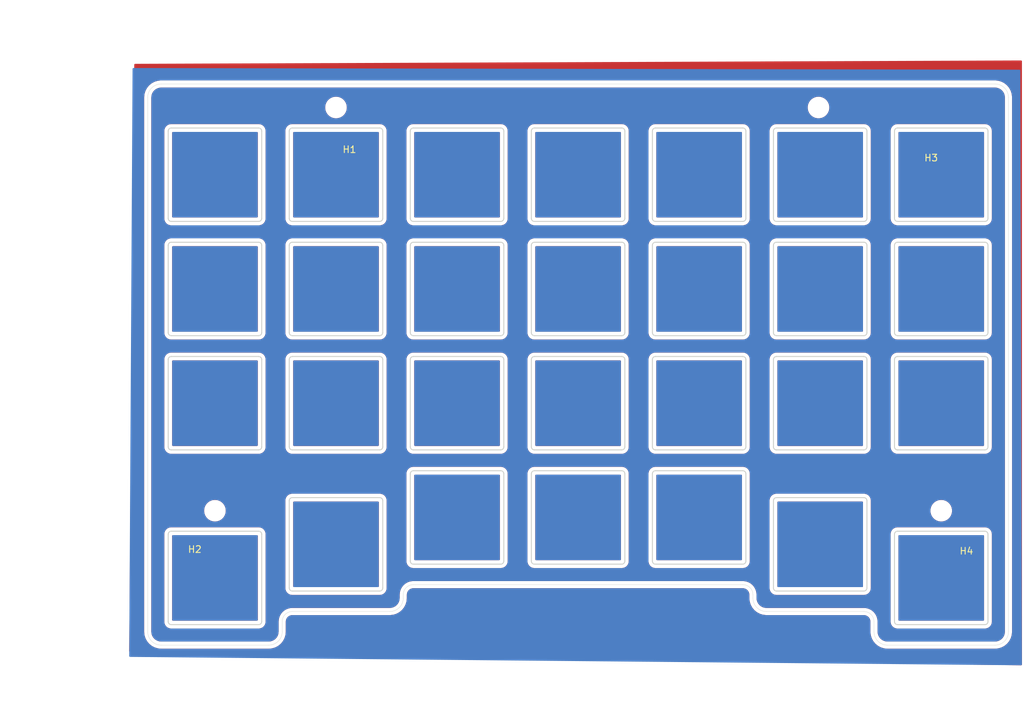
<source format=kicad_pcb>
(kicad_pcb (version 20171130) (host pcbnew "(5.1.0-0)")
  (layers (0 F.Cu signal) (31 B.Cu signal) (34 B.Paste user hide) (35 F.Paste user hide) (36 B.SilkS user) (37 F.SilkS user) (38 B.Mask user) (39 F.Mask user) (44 Edge.Cuts user))
  (net 0 "")
  (module MountingHole:MountingHole_2.2mm_M2 (layer F.Cu) (at 267 91.5)
    (fp_text reference H4 (at 3.75 6) (layer F.SilkS))
    (fp_text value MountingHole)
    (pad 1 np_thru_hole circle (at 0 0) (size 2.2 2.2) (drill 2.2) (layers *.Cu *.Mask))
  )
  (module MountingHole:MountingHole_2.2mm_M2 (layer F.Cu) (at 248.75 31.5)
    (fp_text reference H3 (at 16.75 7.5) (layer F.SilkS))
    (fp_text value MountingHole)
    (pad 1 np_thru_hole circle (at 0 0) (size 2.2 2.2) (drill 2.2) (layers *.Cu *.Mask))
  )
  (module MountingHole:MountingHole_2.2mm_M2 (layer F.Cu) (at 159 91.5)
    (fp_text reference H2 (at -3 5.75) (layer F.SilkS))
    (fp_text value MountingHole)
    (pad 1 np_thru_hole circle (at 0 0) (size 2.2 2.2) (drill 2.2) (layers *.Cu *.Mask))
  )
  (module MountingHole:MountingHole_2.2mm_M2 (layer F.Cu) (at 177 31.5)
    (fp_text reference H1 (at 2 6.25) (layer F.SilkS))
    (fp_text value MountingHole)
    (pad 1 np_thru_hole circle (at 0 0) (size 2.2 2.2) (drill 2.2) (layers *.Cu *.Mask))
  )
  (module "eswai:Choc switch top plate" (layer F.Cu) (at 267 101.5)
    (fp_text reference SW28)
    (fp_text value SW_PUSH)
    (fp_line (start 6.5 6.95) (end -6.5 6.95) (layer Edge.Cuts) (width 0.15))
    (fp_arc (start 6.5 6.5) (end 6.5 6.95) (angle -90) (layer Edge.Cuts) (width 0.15))
    (fp_arc (start -6.5 6.5) (end -6.95 6.5) (angle -90) (layer Edge.Cuts) (width 0.15))
    (fp_line (start -6.95 6.5) (end -6.95 -6.5) (layer Edge.Cuts) (width 0.15))
    (fp_line (start -6.5 -6.95) (end 6.5 -6.95) (layer Edge.Cuts) (width 0.15))
    (fp_line (start 6.95 -6.5) (end 6.95 6.5) (layer Edge.Cuts) (width 0.15))
    (fp_arc (start 6.5 -6.5) (end 6.95 -6.5) (angle -90) (layer Edge.Cuts) (width 0.15))
    (fp_arc (start -6.5 -6.5) (end -6.5 -6.95) (angle -90) (layer Edge.Cuts) (width 0.15))
  )
  (module "eswai:Choc switch top plate" (layer F.Cu) (at 249 96.5)
    (fp_text reference SW27)
    (fp_text value SW_PUSH)
    (fp_line (start 6.5 6.95) (end -6.5 6.95) (layer Edge.Cuts) (width 0.15))
    (fp_arc (start 6.5 6.5) (end 6.5 6.95) (angle -90) (layer Edge.Cuts) (width 0.15))
    (fp_arc (start -6.5 6.5) (end -6.95 6.5) (angle -90) (layer Edge.Cuts) (width 0.15))
    (fp_line (start -6.95 6.5) (end -6.95 -6.5) (layer Edge.Cuts) (width 0.15))
    (fp_line (start -6.5 -6.95) (end 6.5 -6.95) (layer Edge.Cuts) (width 0.15))
    (fp_line (start 6.95 -6.5) (end 6.95 6.5) (layer Edge.Cuts) (width 0.15))
    (fp_arc (start 6.5 -6.5) (end 6.95 -6.5) (angle -90) (layer Edge.Cuts) (width 0.15))
    (fp_arc (start -6.5 -6.5) (end -6.5 -6.95) (angle -90) (layer Edge.Cuts) (width 0.15))
  )
  (module "eswai:Choc switch top plate" (layer F.Cu) (at 231 92.5)
    (fp_text reference SW26)
    (fp_text value SW_PUSH)
    (fp_line (start 6.5 6.95) (end -6.5 6.95) (layer Edge.Cuts) (width 0.15))
    (fp_arc (start 6.5 6.5) (end 6.5 6.95) (angle -90) (layer Edge.Cuts) (width 0.15))
    (fp_arc (start -6.5 6.5) (end -6.95 6.5) (angle -90) (layer Edge.Cuts) (width 0.15))
    (fp_line (start -6.95 6.5) (end -6.95 -6.5) (layer Edge.Cuts) (width 0.15))
    (fp_line (start -6.5 -6.95) (end 6.5 -6.95) (layer Edge.Cuts) (width 0.15))
    (fp_line (start 6.95 -6.5) (end 6.95 6.5) (layer Edge.Cuts) (width 0.15))
    (fp_arc (start 6.5 -6.5) (end 6.95 -6.5) (angle -90) (layer Edge.Cuts) (width 0.15))
    (fp_arc (start -6.5 -6.5) (end -6.5 -6.95) (angle -90) (layer Edge.Cuts) (width 0.15))
  )
  (module "eswai:Choc switch top plate" (layer F.Cu) (at 213 92.5)
    (fp_text reference SW25)
    (fp_text value SW_PUSH)
    (fp_line (start 6.5 6.95) (end -6.5 6.95) (layer Edge.Cuts) (width 0.15))
    (fp_arc (start 6.5 6.5) (end 6.5 6.95) (angle -90) (layer Edge.Cuts) (width 0.15))
    (fp_arc (start -6.5 6.5) (end -6.95 6.5) (angle -90) (layer Edge.Cuts) (width 0.15))
    (fp_line (start -6.95 6.5) (end -6.95 -6.5) (layer Edge.Cuts) (width 0.15))
    (fp_line (start -6.5 -6.95) (end 6.5 -6.95) (layer Edge.Cuts) (width 0.15))
    (fp_line (start 6.95 -6.5) (end 6.95 6.5) (layer Edge.Cuts) (width 0.15))
    (fp_arc (start 6.5 -6.5) (end 6.95 -6.5) (angle -90) (layer Edge.Cuts) (width 0.15))
    (fp_arc (start -6.5 -6.5) (end -6.5 -6.95) (angle -90) (layer Edge.Cuts) (width 0.15))
  )
  (module "eswai:Choc switch top plate" (layer F.Cu) (at 195 92.5)
    (fp_text reference SW24)
    (fp_text value SW_PUSH)
    (fp_line (start 6.5 6.95) (end -6.5 6.95) (layer Edge.Cuts) (width 0.15))
    (fp_arc (start 6.5 6.5) (end 6.5 6.95) (angle -90) (layer Edge.Cuts) (width 0.15))
    (fp_arc (start -6.5 6.5) (end -6.95 6.5) (angle -90) (layer Edge.Cuts) (width 0.15))
    (fp_line (start -6.95 6.5) (end -6.95 -6.5) (layer Edge.Cuts) (width 0.15))
    (fp_line (start -6.5 -6.95) (end 6.5 -6.95) (layer Edge.Cuts) (width 0.15))
    (fp_line (start 6.95 -6.5) (end 6.95 6.5) (layer Edge.Cuts) (width 0.15))
    (fp_arc (start 6.5 -6.5) (end 6.95 -6.5) (angle -90) (layer Edge.Cuts) (width 0.15))
    (fp_arc (start -6.5 -6.5) (end -6.5 -6.95) (angle -90) (layer Edge.Cuts) (width 0.15))
  )
  (module "eswai:Choc switch top plate" (layer F.Cu) (at 177 96.5)
    (fp_text reference SW23)
    (fp_text value SW_PUSH)
    (fp_line (start 6.5 6.95) (end -6.5 6.95) (layer Edge.Cuts) (width 0.15))
    (fp_arc (start 6.5 6.5) (end 6.5 6.95) (angle -90) (layer Edge.Cuts) (width 0.15))
    (fp_arc (start -6.5 6.5) (end -6.95 6.5) (angle -90) (layer Edge.Cuts) (width 0.15))
    (fp_line (start -6.95 6.5) (end -6.95 -6.5) (layer Edge.Cuts) (width 0.15))
    (fp_line (start -6.5 -6.95) (end 6.5 -6.95) (layer Edge.Cuts) (width 0.15))
    (fp_line (start 6.95 -6.5) (end 6.95 6.5) (layer Edge.Cuts) (width 0.15))
    (fp_arc (start 6.5 -6.5) (end 6.95 -6.5) (angle -90) (layer Edge.Cuts) (width 0.15))
    (fp_arc (start -6.5 -6.5) (end -6.5 -6.95) (angle -90) (layer Edge.Cuts) (width 0.15))
  )
  (module "eswai:Choc switch top plate" (layer F.Cu) (at 159 101.5)
    (fp_text reference SW22)
    (fp_text value SW_PUSH)
    (fp_line (start 6.5 6.95) (end -6.5 6.95) (layer Edge.Cuts) (width 0.15))
    (fp_arc (start 6.5 6.5) (end 6.5 6.95) (angle -90) (layer Edge.Cuts) (width 0.15))
    (fp_arc (start -6.5 6.5) (end -6.95 6.5) (angle -90) (layer Edge.Cuts) (width 0.15))
    (fp_line (start -6.95 6.5) (end -6.95 -6.5) (layer Edge.Cuts) (width 0.15))
    (fp_line (start -6.5 -6.95) (end 6.5 -6.95) (layer Edge.Cuts) (width 0.15))
    (fp_line (start 6.95 -6.5) (end 6.95 6.5) (layer Edge.Cuts) (width 0.15))
    (fp_arc (start 6.5 -6.5) (end 6.95 -6.5) (angle -90) (layer Edge.Cuts) (width 0.15))
    (fp_arc (start -6.5 -6.5) (end -6.5 -6.95) (angle -90) (layer Edge.Cuts) (width 0.15))
  )
  (module "eswai:Choc switch top plate" (layer F.Cu) (at 267 75.5)
    (fp_text reference SW21)
    (fp_text value SW_PUSH)
    (fp_line (start 6.5 6.95) (end -6.5 6.95) (layer Edge.Cuts) (width 0.15))
    (fp_arc (start 6.5 6.5) (end 6.5 6.95) (angle -90) (layer Edge.Cuts) (width 0.15))
    (fp_arc (start -6.5 6.5) (end -6.95 6.5) (angle -90) (layer Edge.Cuts) (width 0.15))
    (fp_line (start -6.95 6.5) (end -6.95 -6.5) (layer Edge.Cuts) (width 0.15))
    (fp_line (start -6.5 -6.95) (end 6.5 -6.95) (layer Edge.Cuts) (width 0.15))
    (fp_line (start 6.95 -6.5) (end 6.95 6.5) (layer Edge.Cuts) (width 0.15))
    (fp_arc (start 6.5 -6.5) (end 6.95 -6.5) (angle -90) (layer Edge.Cuts) (width 0.15))
    (fp_arc (start -6.5 -6.5) (end -6.5 -6.95) (angle -90) (layer Edge.Cuts) (width 0.15))
  )
  (module "eswai:Choc switch top plate" (layer F.Cu) (at 249 75.5)
    (fp_text reference SW20)
    (fp_text value SW_PUSH)
    (fp_line (start 6.5 6.95) (end -6.5 6.95) (layer Edge.Cuts) (width 0.15))
    (fp_arc (start 6.5 6.5) (end 6.5 6.95) (angle -90) (layer Edge.Cuts) (width 0.15))
    (fp_arc (start -6.5 6.5) (end -6.95 6.5) (angle -90) (layer Edge.Cuts) (width 0.15))
    (fp_line (start -6.95 6.5) (end -6.95 -6.5) (layer Edge.Cuts) (width 0.15))
    (fp_line (start -6.5 -6.95) (end 6.5 -6.95) (layer Edge.Cuts) (width 0.15))
    (fp_line (start 6.95 -6.5) (end 6.95 6.5) (layer Edge.Cuts) (width 0.15))
    (fp_arc (start 6.5 -6.5) (end 6.95 -6.5) (angle -90) (layer Edge.Cuts) (width 0.15))
    (fp_arc (start -6.5 -6.5) (end -6.5 -6.95) (angle -90) (layer Edge.Cuts) (width 0.15))
  )
  (module "eswai:Choc switch top plate" (layer F.Cu) (at 231 75.5)
    (fp_text reference SW19)
    (fp_text value SW_PUSH)
    (fp_line (start 6.5 6.95) (end -6.5 6.95) (layer Edge.Cuts) (width 0.15))
    (fp_arc (start 6.5 6.5) (end 6.5 6.95) (angle -90) (layer Edge.Cuts) (width 0.15))
    (fp_arc (start -6.5 6.5) (end -6.95 6.5) (angle -90) (layer Edge.Cuts) (width 0.15))
    (fp_line (start -6.95 6.5) (end -6.95 -6.5) (layer Edge.Cuts) (width 0.15))
    (fp_line (start -6.5 -6.95) (end 6.5 -6.95) (layer Edge.Cuts) (width 0.15))
    (fp_line (start 6.95 -6.5) (end 6.95 6.5) (layer Edge.Cuts) (width 0.15))
    (fp_arc (start 6.5 -6.5) (end 6.95 -6.5) (angle -90) (layer Edge.Cuts) (width 0.15))
    (fp_arc (start -6.5 -6.5) (end -6.5 -6.95) (angle -90) (layer Edge.Cuts) (width 0.15))
  )
  (module "eswai:Choc switch top plate" (layer F.Cu) (at 213 75.5)
    (fp_text reference SW18)
    (fp_text value SW_PUSH)
    (fp_line (start 6.5 6.95) (end -6.5 6.95) (layer Edge.Cuts) (width 0.15))
    (fp_arc (start 6.5 6.5) (end 6.5 6.95) (angle -90) (layer Edge.Cuts) (width 0.15))
    (fp_arc (start -6.5 6.5) (end -6.95 6.5) (angle -90) (layer Edge.Cuts) (width 0.15))
    (fp_line (start -6.95 6.5) (end -6.95 -6.5) (layer Edge.Cuts) (width 0.15))
    (fp_line (start -6.5 -6.95) (end 6.5 -6.95) (layer Edge.Cuts) (width 0.15))
    (fp_line (start 6.95 -6.5) (end 6.95 6.5) (layer Edge.Cuts) (width 0.15))
    (fp_arc (start 6.5 -6.5) (end 6.95 -6.5) (angle -90) (layer Edge.Cuts) (width 0.15))
    (fp_arc (start -6.5 -6.5) (end -6.5 -6.95) (angle -90) (layer Edge.Cuts) (width 0.15))
  )
  (module "eswai:Choc switch top plate" (layer F.Cu) (at 195 75.5)
    (fp_text reference SW17)
    (fp_text value SW_PUSH)
    (fp_line (start 6.5 6.95) (end -6.5 6.95) (layer Edge.Cuts) (width 0.15))
    (fp_arc (start 6.5 6.5) (end 6.5 6.95) (angle -90) (layer Edge.Cuts) (width 0.15))
    (fp_arc (start -6.5 6.5) (end -6.95 6.5) (angle -90) (layer Edge.Cuts) (width 0.15))
    (fp_line (start -6.95 6.5) (end -6.95 -6.5) (layer Edge.Cuts) (width 0.15))
    (fp_line (start -6.5 -6.95) (end 6.5 -6.95) (layer Edge.Cuts) (width 0.15))
    (fp_line (start 6.95 -6.5) (end 6.95 6.5) (layer Edge.Cuts) (width 0.15))
    (fp_arc (start 6.5 -6.5) (end 6.95 -6.5) (angle -90) (layer Edge.Cuts) (width 0.15))
    (fp_arc (start -6.5 -6.5) (end -6.5 -6.95) (angle -90) (layer Edge.Cuts) (width 0.15))
  )
  (module "eswai:Choc switch top plate" (layer F.Cu) (at 177 75.5)
    (fp_text reference SW16)
    (fp_text value SW_PUSH)
    (fp_line (start 6.5 6.95) (end -6.5 6.95) (layer Edge.Cuts) (width 0.15))
    (fp_arc (start 6.5 6.5) (end 6.5 6.95) (angle -90) (layer Edge.Cuts) (width 0.15))
    (fp_arc (start -6.5 6.5) (end -6.95 6.5) (angle -90) (layer Edge.Cuts) (width 0.15))
    (fp_line (start -6.95 6.5) (end -6.95 -6.5) (layer Edge.Cuts) (width 0.15))
    (fp_line (start -6.5 -6.95) (end 6.5 -6.95) (layer Edge.Cuts) (width 0.15))
    (fp_line (start 6.95 -6.5) (end 6.95 6.5) (layer Edge.Cuts) (width 0.15))
    (fp_arc (start 6.5 -6.5) (end 6.95 -6.5) (angle -90) (layer Edge.Cuts) (width 0.15))
    (fp_arc (start -6.5 -6.5) (end -6.5 -6.95) (angle -90) (layer Edge.Cuts) (width 0.15))
  )
  (module "eswai:Choc switch top plate" (layer F.Cu) (at 159 75.5)
    (fp_text reference SW15)
    (fp_text value SW_PUSH)
    (fp_line (start 6.5 6.95) (end -6.5 6.95) (layer Edge.Cuts) (width 0.15))
    (fp_arc (start 6.5 6.5) (end 6.5 6.95) (angle -90) (layer Edge.Cuts) (width 0.15))
    (fp_arc (start -6.5 6.5) (end -6.95 6.5) (angle -90) (layer Edge.Cuts) (width 0.15))
    (fp_line (start -6.95 6.5) (end -6.95 -6.5) (layer Edge.Cuts) (width 0.15))
    (fp_line (start -6.5 -6.95) (end 6.5 -6.95) (layer Edge.Cuts) (width 0.15))
    (fp_line (start 6.95 -6.5) (end 6.95 6.5) (layer Edge.Cuts) (width 0.15))
    (fp_arc (start 6.5 -6.5) (end 6.95 -6.5) (angle -90) (layer Edge.Cuts) (width 0.15))
    (fp_arc (start -6.5 -6.5) (end -6.5 -6.95) (angle -90) (layer Edge.Cuts) (width 0.15))
  )
  (module "eswai:Choc switch top plate" (layer F.Cu) (at 267 58.5)
    (fp_text reference SW14)
    (fp_text value SW_PUSH)
    (fp_line (start 6.5 6.95) (end -6.5 6.95) (layer Edge.Cuts) (width 0.15))
    (fp_arc (start 6.5 6.5) (end 6.5 6.95) (angle -90) (layer Edge.Cuts) (width 0.15))
    (fp_arc (start -6.5 6.5) (end -6.95 6.5) (angle -90) (layer Edge.Cuts) (width 0.15))
    (fp_line (start -6.95 6.5) (end -6.95 -6.5) (layer Edge.Cuts) (width 0.15))
    (fp_line (start -6.5 -6.95) (end 6.5 -6.95) (layer Edge.Cuts) (width 0.15))
    (fp_line (start 6.95 -6.5) (end 6.95 6.5) (layer Edge.Cuts) (width 0.15))
    (fp_arc (start 6.5 -6.5) (end 6.95 -6.5) (angle -90) (layer Edge.Cuts) (width 0.15))
    (fp_arc (start -6.5 -6.5) (end -6.5 -6.95) (angle -90) (layer Edge.Cuts) (width 0.15))
  )
  (module "eswai:Choc switch top plate" (layer F.Cu) (at 249 58.5)
    (fp_text reference SW13)
    (fp_text value SW_PUSH)
    (fp_line (start 6.5 6.95) (end -6.5 6.95) (layer Edge.Cuts) (width 0.15))
    (fp_arc (start 6.5 6.5) (end 6.5 6.95) (angle -90) (layer Edge.Cuts) (width 0.15))
    (fp_arc (start -6.5 6.5) (end -6.95 6.5) (angle -90) (layer Edge.Cuts) (width 0.15))
    (fp_line (start -6.95 6.5) (end -6.95 -6.5) (layer Edge.Cuts) (width 0.15))
    (fp_line (start -6.5 -6.95) (end 6.5 -6.95) (layer Edge.Cuts) (width 0.15))
    (fp_line (start 6.95 -6.5) (end 6.95 6.5) (layer Edge.Cuts) (width 0.15))
    (fp_arc (start 6.5 -6.5) (end 6.95 -6.5) (angle -90) (layer Edge.Cuts) (width 0.15))
    (fp_arc (start -6.5 -6.5) (end -6.5 -6.95) (angle -90) (layer Edge.Cuts) (width 0.15))
  )
  (module "eswai:Choc switch top plate" (layer F.Cu) (at 231 58.5)
    (fp_text reference SW12)
    (fp_text value SW_PUSH)
    (fp_line (start 6.5 6.95) (end -6.5 6.95) (layer Edge.Cuts) (width 0.15))
    (fp_arc (start 6.5 6.5) (end 6.5 6.95) (angle -90) (layer Edge.Cuts) (width 0.15))
    (fp_arc (start -6.5 6.5) (end -6.95 6.5) (angle -90) (layer Edge.Cuts) (width 0.15))
    (fp_line (start -6.95 6.5) (end -6.95 -6.5) (layer Edge.Cuts) (width 0.15))
    (fp_line (start -6.5 -6.95) (end 6.5 -6.95) (layer Edge.Cuts) (width 0.15))
    (fp_line (start 6.95 -6.5) (end 6.95 6.5) (layer Edge.Cuts) (width 0.15))
    (fp_arc (start 6.5 -6.5) (end 6.95 -6.5) (angle -90) (layer Edge.Cuts) (width 0.15))
    (fp_arc (start -6.5 -6.5) (end -6.5 -6.95) (angle -90) (layer Edge.Cuts) (width 0.15))
  )
  (module "eswai:Choc switch top plate" (layer F.Cu) (at 213 58.5)
    (fp_text reference SW11)
    (fp_text value SW_PUSH)
    (fp_line (start 6.5 6.95) (end -6.5 6.95) (layer Edge.Cuts) (width 0.15))
    (fp_arc (start 6.5 6.5) (end 6.5 6.95) (angle -90) (layer Edge.Cuts) (width 0.15))
    (fp_arc (start -6.5 6.5) (end -6.95 6.5) (angle -90) (layer Edge.Cuts) (width 0.15))
    (fp_line (start -6.95 6.5) (end -6.95 -6.5) (layer Edge.Cuts) (width 0.15))
    (fp_line (start -6.5 -6.95) (end 6.5 -6.95) (layer Edge.Cuts) (width 0.15))
    (fp_line (start 6.95 -6.5) (end 6.95 6.5) (layer Edge.Cuts) (width 0.15))
    (fp_arc (start 6.5 -6.5) (end 6.95 -6.5) (angle -90) (layer Edge.Cuts) (width 0.15))
    (fp_arc (start -6.5 -6.5) (end -6.5 -6.95) (angle -90) (layer Edge.Cuts) (width 0.15))
  )
  (module "eswai:Choc switch top plate" (layer F.Cu) (at 195 58.5)
    (fp_text reference SW10)
    (fp_text value SW_PUSH)
    (fp_line (start 6.5 6.95) (end -6.5 6.95) (layer Edge.Cuts) (width 0.15))
    (fp_arc (start 6.5 6.5) (end 6.5 6.95) (angle -90) (layer Edge.Cuts) (width 0.15))
    (fp_arc (start -6.5 6.5) (end -6.95 6.5) (angle -90) (layer Edge.Cuts) (width 0.15))
    (fp_line (start -6.95 6.5) (end -6.95 -6.5) (layer Edge.Cuts) (width 0.15))
    (fp_line (start -6.5 -6.95) (end 6.5 -6.95) (layer Edge.Cuts) (width 0.15))
    (fp_line (start 6.95 -6.5) (end 6.95 6.5) (layer Edge.Cuts) (width 0.15))
    (fp_arc (start 6.5 -6.5) (end 6.95 -6.5) (angle -90) (layer Edge.Cuts) (width 0.15))
    (fp_arc (start -6.5 -6.5) (end -6.5 -6.95) (angle -90) (layer Edge.Cuts) (width 0.15))
  )
  (module "eswai:Choc switch top plate" (layer F.Cu) (at 177 58.5)
    (fp_text reference SW9)
    (fp_text value SW_PUSH)
    (fp_line (start 6.5 6.95) (end -6.5 6.95) (layer Edge.Cuts) (width 0.15))
    (fp_arc (start 6.5 6.5) (end 6.5 6.95) (angle -90) (layer Edge.Cuts) (width 0.15))
    (fp_arc (start -6.5 6.5) (end -6.95 6.5) (angle -90) (layer Edge.Cuts) (width 0.15))
    (fp_line (start -6.95 6.5) (end -6.95 -6.5) (layer Edge.Cuts) (width 0.15))
    (fp_line (start -6.5 -6.95) (end 6.5 -6.95) (layer Edge.Cuts) (width 0.15))
    (fp_line (start 6.95 -6.5) (end 6.95 6.5) (layer Edge.Cuts) (width 0.15))
    (fp_arc (start 6.5 -6.5) (end 6.95 -6.5) (angle -90) (layer Edge.Cuts) (width 0.15))
    (fp_arc (start -6.5 -6.5) (end -6.5 -6.95) (angle -90) (layer Edge.Cuts) (width 0.15))
  )
  (module "eswai:Choc switch top plate" (layer F.Cu) (at 159 58.5)
    (fp_text reference SW8)
    (fp_text value SW_PUSH)
    (fp_line (start 6.5 6.95) (end -6.5 6.95) (layer Edge.Cuts) (width 0.15))
    (fp_arc (start 6.5 6.5) (end 6.5 6.95) (angle -90) (layer Edge.Cuts) (width 0.15))
    (fp_arc (start -6.5 6.5) (end -6.95 6.5) (angle -90) (layer Edge.Cuts) (width 0.15))
    (fp_line (start -6.95 6.5) (end -6.95 -6.5) (layer Edge.Cuts) (width 0.15))
    (fp_line (start -6.5 -6.95) (end 6.5 -6.95) (layer Edge.Cuts) (width 0.15))
    (fp_line (start 6.95 -6.5) (end 6.95 6.5) (layer Edge.Cuts) (width 0.15))
    (fp_arc (start 6.5 -6.5) (end 6.95 -6.5) (angle -90) (layer Edge.Cuts) (width 0.15))
    (fp_arc (start -6.5 -6.5) (end -6.5 -6.95) (angle -90) (layer Edge.Cuts) (width 0.15))
  )
  (module "eswai:Choc switch top plate" (layer F.Cu) (at 267 41.5)
    (fp_text reference SW7)
    (fp_text value SW_PUSH)
    (fp_line (start 6.5 6.95) (end -6.5 6.95) (layer Edge.Cuts) (width 0.15))
    (fp_arc (start 6.5 6.5) (end 6.5 6.95) (angle -90) (layer Edge.Cuts) (width 0.15))
    (fp_arc (start -6.5 6.5) (end -6.95 6.5) (angle -90) (layer Edge.Cuts) (width 0.15))
    (fp_line (start -6.95 6.5) (end -6.95 -6.5) (layer Edge.Cuts) (width 0.15))
    (fp_line (start -6.5 -6.95) (end 6.5 -6.95) (layer Edge.Cuts) (width 0.15))
    (fp_line (start 6.95 -6.5) (end 6.95 6.5) (layer Edge.Cuts) (width 0.15))
    (fp_arc (start 6.5 -6.5) (end 6.95 -6.5) (angle -90) (layer Edge.Cuts) (width 0.15))
    (fp_arc (start -6.5 -6.5) (end -6.5 -6.95) (angle -90) (layer Edge.Cuts) (width 0.15))
  )
  (module "eswai:Choc switch top plate" (layer F.Cu) (at 249 41.5)
    (fp_text reference SW6)
    (fp_text value SW_PUSH)
    (fp_line (start 6.5 6.95) (end -6.5 6.95) (layer Edge.Cuts) (width 0.15))
    (fp_arc (start 6.5 6.5) (end 6.5 6.95) (angle -90) (layer Edge.Cuts) (width 0.15))
    (fp_arc (start -6.5 6.5) (end -6.95 6.5) (angle -90) (layer Edge.Cuts) (width 0.15))
    (fp_line (start -6.95 6.5) (end -6.95 -6.5) (layer Edge.Cuts) (width 0.15))
    (fp_line (start -6.5 -6.95) (end 6.5 -6.95) (layer Edge.Cuts) (width 0.15))
    (fp_line (start 6.95 -6.5) (end 6.95 6.5) (layer Edge.Cuts) (width 0.15))
    (fp_arc (start 6.5 -6.5) (end 6.95 -6.5) (angle -90) (layer Edge.Cuts) (width 0.15))
    (fp_arc (start -6.5 -6.5) (end -6.5 -6.95) (angle -90) (layer Edge.Cuts) (width 0.15))
  )
  (module "eswai:Choc switch top plate" (layer F.Cu) (at 231 41.5)
    (fp_text reference SW5)
    (fp_text value SW_PUSH)
    (fp_line (start 6.5 6.95) (end -6.5 6.95) (layer Edge.Cuts) (width 0.15))
    (fp_arc (start 6.5 6.5) (end 6.5 6.95) (angle -90) (layer Edge.Cuts) (width 0.15))
    (fp_arc (start -6.5 6.5) (end -6.95 6.5) (angle -90) (layer Edge.Cuts) (width 0.15))
    (fp_line (start -6.95 6.5) (end -6.95 -6.5) (layer Edge.Cuts) (width 0.15))
    (fp_line (start -6.5 -6.95) (end 6.5 -6.95) (layer Edge.Cuts) (width 0.15))
    (fp_line (start 6.95 -6.5) (end 6.95 6.5) (layer Edge.Cuts) (width 0.15))
    (fp_arc (start 6.5 -6.5) (end 6.95 -6.5) (angle -90) (layer Edge.Cuts) (width 0.15))
    (fp_arc (start -6.5 -6.5) (end -6.5 -6.95) (angle -90) (layer Edge.Cuts) (width 0.15))
  )
  (module "eswai:Choc switch top plate" (layer F.Cu) (at 213 41.5)
    (fp_text reference SW4)
    (fp_text value SW_PUSH)
    (fp_line (start 6.5 6.95) (end -6.5 6.95) (layer Edge.Cuts) (width 0.15))
    (fp_arc (start 6.5 6.5) (end 6.5 6.95) (angle -90) (layer Edge.Cuts) (width 0.15))
    (fp_arc (start -6.5 6.5) (end -6.95 6.5) (angle -90) (layer Edge.Cuts) (width 0.15))
    (fp_line (start -6.95 6.5) (end -6.95 -6.5) (layer Edge.Cuts) (width 0.15))
    (fp_line (start -6.5 -6.95) (end 6.5 -6.95) (layer Edge.Cuts) (width 0.15))
    (fp_line (start 6.95 -6.5) (end 6.95 6.5) (layer Edge.Cuts) (width 0.15))
    (fp_arc (start 6.5 -6.5) (end 6.95 -6.5) (angle -90) (layer Edge.Cuts) (width 0.15))
    (fp_arc (start -6.5 -6.5) (end -6.5 -6.95) (angle -90) (layer Edge.Cuts) (width 0.15))
  )
  (module "eswai:Choc switch top plate" (layer F.Cu) (at 195 41.5)
    (fp_text reference SW3)
    (fp_text value SW_PUSH)
    (fp_line (start 6.5 6.95) (end -6.5 6.95) (layer Edge.Cuts) (width 0.15))
    (fp_arc (start 6.5 6.5) (end 6.5 6.95) (angle -90) (layer Edge.Cuts) (width 0.15))
    (fp_arc (start -6.5 6.5) (end -6.95 6.5) (angle -90) (layer Edge.Cuts) (width 0.15))
    (fp_line (start -6.95 6.5) (end -6.95 -6.5) (layer Edge.Cuts) (width 0.15))
    (fp_line (start -6.5 -6.95) (end 6.5 -6.95) (layer Edge.Cuts) (width 0.15))
    (fp_line (start 6.95 -6.5) (end 6.95 6.5) (layer Edge.Cuts) (width 0.15))
    (fp_arc (start 6.5 -6.5) (end 6.95 -6.5) (angle -90) (layer Edge.Cuts) (width 0.15))
    (fp_arc (start -6.5 -6.5) (end -6.5 -6.95) (angle -90) (layer Edge.Cuts) (width 0.15))
  )
  (module "eswai:Choc switch top plate" (layer F.Cu) (at 177 41.5)
    (fp_text reference SW2)
    (fp_text value SW_PUSH)
    (fp_line (start 6.5 6.95) (end -6.5 6.95) (layer Edge.Cuts) (width 0.15))
    (fp_arc (start 6.5 6.5) (end 6.5 6.95) (angle -90) (layer Edge.Cuts) (width 0.15))
    (fp_arc (start -6.5 6.5) (end -6.95 6.5) (angle -90) (layer Edge.Cuts) (width 0.15))
    (fp_line (start -6.95 6.5) (end -6.95 -6.5) (layer Edge.Cuts) (width 0.15))
    (fp_line (start -6.5 -6.95) (end 6.5 -6.95) (layer Edge.Cuts) (width 0.15))
    (fp_line (start 6.95 -6.5) (end 6.95 6.5) (layer Edge.Cuts) (width 0.15))
    (fp_arc (start 6.5 -6.5) (end 6.95 -6.5) (angle -90) (layer Edge.Cuts) (width 0.15))
    (fp_arc (start -6.5 -6.5) (end -6.5 -6.95) (angle -90) (layer Edge.Cuts) (width 0.15))
  )
  (module "eswai:Choc switch top plate" (layer F.Cu) (at 159 41.5)
    (fp_text reference SW1)
    (fp_text value SW_PUSH)
    (fp_line (start 6.5 6.95) (end -6.5 6.95) (layer Edge.Cuts) (width 0.15))
    (fp_arc (start 6.5 6.5) (end 6.5 6.95) (angle -90) (layer Edge.Cuts) (width 0.15))
    (fp_arc (start -6.5 6.5) (end -6.95 6.5) (angle -90) (layer Edge.Cuts) (width 0.15))
    (fp_line (start -6.95 6.5) (end -6.95 -6.5) (layer Edge.Cuts) (width 0.15))
    (fp_line (start -6.5 -6.95) (end 6.5 -6.95) (layer Edge.Cuts) (width 0.15))
    (fp_line (start 6.95 -6.5) (end 6.95 6.5) (layer Edge.Cuts) (width 0.15))
    (fp_arc (start 6.5 -6.5) (end 6.95 -6.5) (angle -90) (layer Edge.Cuts) (width 0.15))
    (fp_arc (start -6.5 -6.5) (end -6.5 -6.95) (angle -90) (layer Edge.Cuts) (width 0.15))
  )
  (gr_line (start 239 104) (end 239 104.5) (layer Edge.Cuts) (width 0.05))
  (gr_line (start 187 104) (end 187 104.5) (layer Edge.Cuts) (width 0.05))
  (gr_line (start 257 108) (end 257 109.5) (layer Edge.Cuts) (width 0.05))
  (gr_line (start 237.5 102.5) (end 188.5 102.5) (layer Edge.Cuts) (width 0.05))
  (gr_line (start 241 106.5) (end 255.5 106.5) (layer Edge.Cuts) (width 0.05))
  (gr_line (start 275 111.5) (end 259 111.5) (layer Edge.Cuts) (width 0.05))
  (gr_arc (start 255.5 108) (end 257 108) (angle -90) (layer Edge.Cuts) (width 0.05))
  (gr_arc (start 259 109.5) (end 257 109.5) (angle -90) (layer Edge.Cuts) (width 0.05))
  (gr_arc (start 237.5 104) (end 239 104) (angle -90) (layer Edge.Cuts) (width 0.05))
  (gr_arc (start 241 104.5) (end 239 104.5) (angle -90) (layer Edge.Cuts) (width 0.05))
  (gr_line (start 167 111.5) (end 151 111.5) (layer Edge.Cuts) (width 0.05))
  (gr_line (start 169 108) (end 169 109.5) (layer Edge.Cuts) (width 0.05))
  (gr_line (start 185 106.5) (end 170.5 106.5) (layer Edge.Cuts) (width 0.05))
  (gr_arc (start 170.5 108) (end 170.5 106.5) (angle -90) (layer Edge.Cuts) (width 0.05))
  (gr_arc (start 188.5 104) (end 188.5 102.5) (angle -90) (layer Edge.Cuts) (width 0.05))
  (gr_arc (start 185 104.5) (end 185 106.5) (angle -90) (layer Edge.Cuts) (width 0.05))
  (gr_arc (start 167 109.5) (end 167 111.5) (angle -90) (layer Edge.Cuts) (width 0.05))
  (gr_arc (start 275 109.5) (end 275 111.5) (angle -90) (layer Edge.Cuts) (width 0.05))
  (gr_line (start 277 30) (end 277 109.5) (layer Edge.Cuts) (width 0.05))
  (gr_arc (start 275 30) (end 277 30) (angle -90) (layer Edge.Cuts) (width 0.05))
  (gr_arc (start 151 109.5) (end 149 109.5) (angle -90) (layer Edge.Cuts) (width 0.05))
  (gr_line (start 149 30) (end 149 109.5) (layer Edge.Cuts) (width 0.05))
  (gr_arc (start 151 30) (end 151 28) (angle -90) (layer Edge.Cuts) (width 0.05))
  (gr_line (start 151 28) (end 275 28) (layer Edge.Cuts) (width 0.05))
  (zone (net 0) (net_name "") (layer B.Cu) (connect_pads (clearance 0.508)) (min_thickness 0.254) (fill yes (arc_segments 32) (thermal_gap 0.508) (thermal_bridge_width 0.508))
    (polygon (pts (xy 278.75 25.875) (xy 146.75 25.625) (xy 146.25 113.25) (xy 279 114.5)))
  )
  (zone (net 0) (net_name "") (layer F.Cu) (connect_pads (clearance 0.508)) (min_thickness 0.254) (fill yes (arc_segments 32) (thermal_gap 0.508) (thermal_bridge_width 0.508))
    (polygon (pts (xy 279 24.5) (xy 147 25) (xy 146.25 112.5) (xy 279 114.5)))
  )
)
</source>
